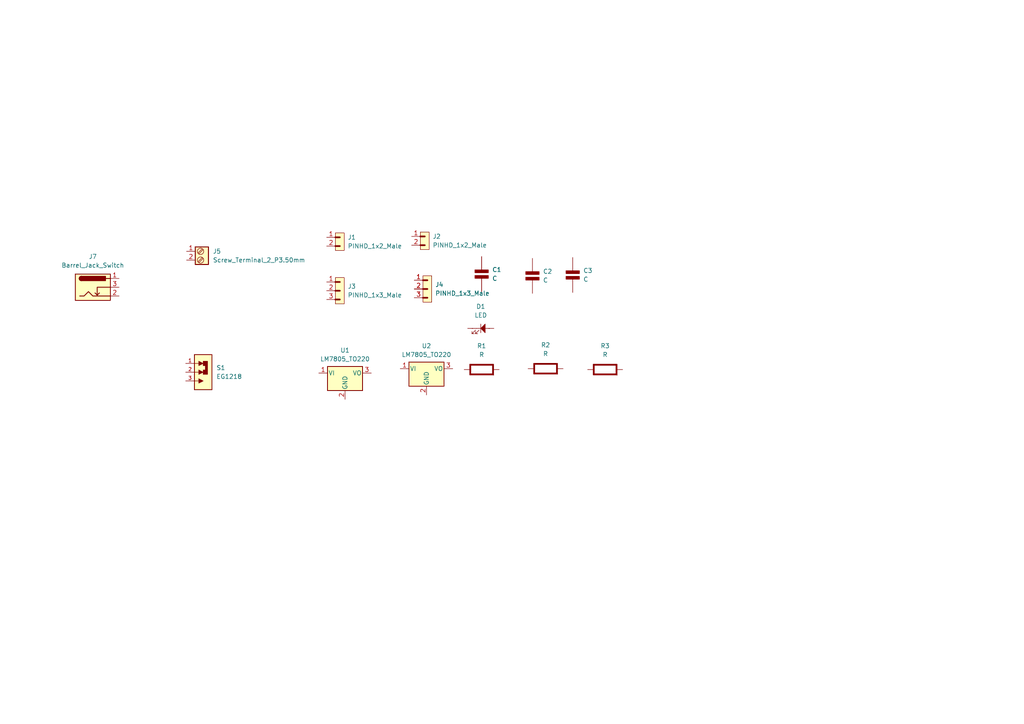
<source format=kicad_sch>
(kicad_sch (version 20231120) (generator "eeschema") (generator_version "8.0")
  (paper "A4")
  (lib_symbols
    (symbol "Connector:Barrel_Jack_Switch" (pin_names hide)
      (property "Reference" "J" (at 0 5.334 0))
      (property "Value" "Barrel_Jack_Switch" (at 0 -5.08 0))
      (symbol "Barrel_Jack_Switch_0_1"
        (rectangle (start -5.08 3.81) (end 5.08 -3.81) (stroke (width 0.254)) (fill (type background)))
        (arc (start -3.302 3.175) (mid -3.9343 2.54) (end -3.302 1.905) (stroke (width 0.254)))
        (arc (start -3.302 3.175) (mid -3.9343 2.54) (end -3.302 1.905) (stroke (width 0.254)) (fill (type outline)))
        (polyline (pts (xy 1.27 -2.286) (xy 1.905 -1.651)) (stroke (width 0.254)))
        (polyline (pts (xy 5.08 2.54) (xy 3.81 2.54)) (stroke (width 0.254)))
        (polyline (pts (xy 5.08 0) (xy 1.27 0) (xy 1.27 -2.286) (xy 0.635 -1.651)) (stroke (width 0.254)))
        (polyline (pts (xy -3.81 -2.54) (xy -2.54 -2.54) (xy -1.27 -1.27) (xy 0 -2.54) (xy 2.54 -2.54) (xy 5.08 -2.54)) (stroke (width 0.254)))
        (rectangle (start 3.683 3.175) (end -3.302 1.905) (stroke (width 0.254)) (fill (type outline)))
      )
      (symbol "Barrel_Jack_Switch_1_1"
        (pin passive line (at 7.62 2.54 180) (length 2.54) (name "~") (number "1"))
        (pin passive line (at 7.62 -2.54 180) (length 2.54) (name "~") (number "2"))
        (pin passive line (at 7.62 0 180) (length 2.54) (name "~") (number "3"))
      )
    )
    (symbol "EG1218:EG1218" (pin_names (offset 1.016))
      (property "Reference" "S" (at -5.08 5.842 0))
      (property "Value" "EG1218" (at -5.08 -7.62 0))
      (symbol "EG1218_0_0"
        (rectangle (start -2.54 -5.08) (end 2.54 5.08) (stroke (width 0.254)) (fill (type background)))
        (polyline (pts (xy -2.54 -2.54) (xy -1.27 -2.54)) (stroke (width 0.1524)))
        (polyline (pts (xy -2.54 0) (xy -1.27 0)) (stroke (width 0.1524)))
        (polyline (pts (xy -2.54 2.54) (xy -1.27 2.54)) (stroke (width 0.1524)))
        (polyline (pts (xy -1.27 -1.905) (xy -1.27 -3.175) (xy 0 -2.54) (xy -1.27 -1.905)) (stroke (width 0.1524)) (fill (type outline)))
        (polyline (pts (xy -1.27 0.635) (xy -1.27 -0.635) (xy 0 0) (xy -1.27 0.635)) (stroke (width 0.1524)) (fill (type outline)))
        (polyline (pts (xy -1.27 3.175) (xy -1.27 1.905) (xy 0 2.54) (xy -1.27 3.175)) (stroke (width 0.1524)) (fill (type outline)))
        (polyline (pts (xy 0 1.905) (xy 0 3.175) (xy 1.27 3.175) (xy 1.27 -0.635) (xy 0 -0.635) (xy 0 0.635) (xy 0.635 0.635) (xy 0.635 1.905) (xy 0 1.905)) (stroke (width 0.1524)) (fill (type outline)))
        (pin passive line (at -5.08 2.54 0) (length 2.54) (name "~") (number "1"))
        (pin passive line (at -5.08 0 0) (length 2.54) (name "~") (number "2"))
        (pin passive line (at -5.08 -2.54 0) (length 2.54) (name "~") (number "3"))
      )
    )
    (symbol "PCM_Elektuur:C" (pin_numbers hide) (pin_names (offset 0) hide)
      (property "Reference" "C" (at 0.635 3.175 0))
      (property "Value" "C" (at 0.635 -3.175 0))
      (symbol "C_1_1"
        (rectangle (start -1.905 -0.4318) (end 1.905 -1.1938) (stroke (width 0.254)) (fill (type outline)))
        (rectangle (start -1.905 1.1938) (end 1.905 0.4318) (stroke (width 0.254)) (fill (type outline)))
        (pin passive line (at 0 5.08 270) (length 3.8862) (name "+") (number "1"))
        (pin passive line (at 0 -5.08 90) (length 3.8862) (name "-") (number "2"))
      )
      (symbol "C_1_2"
        (polyline (pts (xy -1.905 -1.4986) (xy 1.905 -1.4986) (xy 1.905 -0.4318) (xy -1.905 -0.4318) (xy -1.905 -1.4986) (xy -1.8034 -1.397) (xy -1.8034 -0.5334) (xy 1.8034 -0.5334) (xy 1.8034 -1.397) (xy -1.8034 -1.397) (xy -1.905 -1.4986)) (stroke (width 0.254)) (fill (type outline)))
        (polyline (pts (xy -1.905 0.4318) (xy 1.905 0.4318) (xy 1.905 1.4986) (xy -1.905 1.4986) (xy -1.905 0.4318) (xy -1.8034 0.5334) (xy -1.8034 1.397) (xy 1.8034 1.397) (xy 1.8034 0.5334) (xy -1.8034 0.5334) (xy -1.905 0.4318)) (stroke (width 0.254)) (fill (type outline)))
        (pin passive line (at 0 5.08 270) (length 3.5814) (name "+") (number "1"))
        (pin passive line (at 0 -5.08 90) (length 3.5814) (name "-") (number "2"))
      )
    )
    (symbol "PCM_Elektuur:R" (pin_numbers hide) (pin_names (offset 0) hide)
      (property "Reference" "R" (at 2.54 3.175 0))
      (property "Value" "R" (at 0 0 90))
      (symbol "R_1_1"
        (polyline (pts (xy -1.524 -3.429) (xy 1.524 -3.429) (xy 1.524 3.429) (xy -1.524 3.429) (xy -1.524 -3.429) (xy -1.27 -3.175) (xy -1.27 3.175) (xy 1.27 3.175) (xy 1.27 -3.175) (xy -1.27 -3.175) (xy -1.524 -3.429)) (stroke (width 0.254)) (fill (type outline)))
        (pin passive line (at 0 5.08 270) (length 1.651) (name "+") (number "1"))
        (pin passive line (at 0 -5.08 90) (length 1.651) (name "-") (number "2"))
      )
      (symbol "R_1_2"
        (polyline (pts (xy -0.508 -3.429) (xy 1.524 -3.429) (xy 1.524 3.429) (xy -0.508 3.429) (xy -0.508 3.175) (xy 1.27 3.175) (xy 1.27 -3.175) (xy -0.508 -3.175) (xy -0.508 -3.429)) (stroke (width 0.254)) (fill (type outline)))
        (pin passive line (at 0 5.08 270) (length 1.651) (name "+") (number "1"))
        (pin passive line (at 0 -5.08 90) (length 1.651) (name "-") (number "2"))
      )
      (symbol "R_1_3"
        (polyline (pts (xy 0 3.4798) (xy 0 3.2004) (xy 0.7112 2.794) (xy -1.1938 1.6764) (xy 0.7112 0.5588) (xy -1.1938 -0.5588) (xy 0.7112 -1.6764) (xy -1.1938 -2.794) (xy 0 -3.4798) (xy 0 -3.2004) (xy -0.7112 -2.794) (xy 1.1938 -1.6764) (xy -0.7112 -0.5588) (xy 1.1938 0.5588) (xy -0.7112 1.6764) (xy 1.1938 2.794) (xy 0 3.4798)) (stroke (width 0.254)) (fill (type outline)))
        (pin passive line (at 0 5.08 270) (length 1.6002) (name "+") (number "1"))
        (pin passive line (at 0 -5.08 90) (length 1.6002) (name "-") (number "2"))
      )
      (symbol "R_1_4"
        (polyline (pts (xy 0 4.5466) (xy 0 4.2672) (xy 0.0508 4.2418) (xy 1.016 3.683) (xy -1.524 2.2098) (xy 1.016 0.7366) (xy -1.524 -0.7366) (xy 1.016 -2.2098) (xy -1.524 -3.683) (xy -0.0762 -4.5212) (xy 0 -4.5466) (xy 0 -4.2672) (xy -0.0508 -4.2418) (xy -1.016 -3.683) (xy 1.524 -2.2098) (xy -1.016 -0.7366) (xy 1.524 0.7366) (xy -1.016 2.2098) (xy 1.524 3.683) (xy 0.0762 4.5212) (xy 0 4.5466)) (stroke (width 0.254)) (fill (type outline)))
        (pin passive line (at 0 5.08 270) (length 0.5334) (name "+") (number "1"))
        (pin passive line (at 0 -5.08 90) (length 0.5334) (name "-") (number "2"))
      )
    )
    (symbol "PCM_SL_Devices:LED"
      (property "Reference" "D" (at -0.508 5.334 0))
      (property "Value" "LED" (at -0.508 2.794 0))
      (symbol "LED_0_1"
        (polyline (pts (xy -1.27 0) (xy -2.54 0)))
        (polyline (pts (xy 0 1.27) (xy 0 -1.27)))
        (polyline (pts (xy 0.508 0.508) (xy 1.524 1.524)))
        (polyline (pts (xy 1.27 0) (xy 2.54 0)))
        (polyline (pts (xy 1.524 0.508) (xy 2.54 1.524)))
        (polyline (pts (xy 1.524 1.524) (xy 0.889 1.524)))
        (polyline (pts (xy 1.524 1.524) (xy 1.524 0.889)))
        (polyline (pts (xy 2.54 1.524) (xy 1.905 1.524)))
        (polyline (pts (xy 2.54 1.524) (xy 2.54 0.889)))
        (polyline (pts (xy 0 0) (xy -1.27 -1.27) (xy -1.27 1.27) (xy 0 0) (xy 1.27 0)) (fill (type outline)))
      )
      (symbol "LED_1_1"
        (pin passive line (at 3.81 0 180) (length 1.5) (name "~") (number "1"))
        (pin passive line (at -3.81 0 0) (length 1.5) (name "") (number "2"))
      )
    )
    (symbol "PCM_SL_Pin_Headers:PINHD_1x2_Male"
      (property "Reference" "J" (at 0 6.35 0))
      (property "Value" "PINHD_1x2_Male" (at 0 3.81 0))
      (symbol "PINHD_1x2_Male_0_1"
        (rectangle (start -1.27 2.54) (end 1.27 -2.54) (fill (type background)))
        (polyline (pts (xy -1.27 -1.27) (xy 0 -1.27)) (stroke (width 0.3)))
        (polyline (pts (xy -1.27 -1.27) (xy 0 -1.27)) (stroke (width 0.5)))
        (polyline (pts (xy -1.27 1.27) (xy 0 1.27)) (stroke (width 0.3)))
        (polyline (pts (xy -1.27 1.27) (xy 0 1.27)) (stroke (width 0.5)))
      )
      (symbol "PINHD_1x2_Male_1_1"
        (pin passive line (at -3.81 1.27 0) (length 2.54) (name "") (number "1"))
        (pin passive line (at -3.81 -1.27 0) (length 2.54) (name "") (number "2"))
      )
    )
    (symbol "PCM_SL_Pin_Headers:PINHD_1x3_Male"
      (property "Reference" "J" (at 0 7.62 0))
      (property "Value" "PINHD_1x3_Male" (at 0 5.08 0))
      (symbol "PINHD_1x3_Male_0_1"
        (rectangle (start -1.27 3.81) (end 1.27 -3.81) (fill (type background)))
        (polyline (pts (xy -1.27 -2.54) (xy 0 -2.54)) (stroke (width 0.3)))
        (polyline (pts (xy -1.27 -2.54) (xy 0 -2.54)) (stroke (width 0.5)))
        (polyline (pts (xy -1.27 0) (xy 0 0)) (stroke (width 0.3)))
        (polyline (pts (xy -1.27 0) (xy 0 0)) (stroke (width 0.5)))
        (polyline (pts (xy -1.27 2.54) (xy 0 2.54)) (stroke (width 0.3)))
        (polyline (pts (xy -1.27 2.54) (xy 0 2.54)) (stroke (width 0.5)))
      )
      (symbol "PINHD_1x3_Male_1_1"
        (pin passive line (at -3.81 2.54 0) (length 2.54) (name "") (number "1"))
        (pin passive line (at -3.81 0 0) (length 2.54) (name "") (number "2"))
        (pin passive line (at -3.81 -2.54 0) (length 2.54) (name "") (number "3"))
      )
    )
    (symbol "PCM_SL_Screw_Terminal:Screw_Terminal_2_P3.50mm"
      (property "Reference" "J" (at 0 3.81 0))
      (property "Value" "Screw_Terminal_2_P3.50mm" (at 0 -3.81 0))
      (symbol "Screw_Terminal_2_P3.50mm_0_1"
        (rectangle (start -1.27 2.54) (end 2.54 -2.54) (stroke (width 0.3)) (fill (type background)))
        (polyline (pts (xy -0.254 -2.032) (xy 1.016 -0.762)))
        (polyline (pts (xy -0.254 0.508) (xy 1.016 1.778)))
        (polyline (pts (xy 0 -1.27) (xy -0.508 -1.778) (xy 0.762 -0.508)))
        (polyline (pts (xy 0 1.27) (xy -0.508 0.762) (xy 0.762 2.032)))
        (circle (center 0.254 -1.27) (radius 0.9158))
        (circle (center 0.254 1.27) (radius 0.9158))
      )
      (symbol "Screw_Terminal_2_P3.50mm_1_1"
        (pin passive line (at -3.81 1.27 0) (length 2.54) (name "") (number "1"))
        (pin passive line (at -3.81 -1.27 0) (length 2.54) (name "") (number "2"))
      )
    )
    (symbol "Regulator_Linear:LM7805_TO220" (pin_names (offset 0.254))
      (property "Reference" "U" (at -3.81 3.175 0))
      (property "Value" "LM7805_TO220" (at 0 3.175 0))
      (symbol "LM7805_TO220_0_1"
        (rectangle (start -5.08 1.905) (end 5.08 -5.08) (stroke (width 0.254)) (fill (type background)))
      )
      (symbol "LM7805_TO220_1_1"
        (pin power_in line (at -7.62 0 0) (length 2.54) (name "VI") (number "1"))
        (pin power_in line (at 0 -7.62 90) (length 2.54) (name "GND") (number "2"))
        (pin power_out line (at 7.62 0 180) (length 2.54) (name "VO") (number "3"))
      )
    )
  )
  (symbol (lib_id "PCM_Elektuur:R") (at 175.514 107.188 90) (unit 1)
    (property "Reference" "R3" (at 175.514 100.33 90))
    (property "Value" "R" (at 175.514 102.87 90))
    (property "Description" "resistor" (effects (hide yes)))
    (property "Indicator" "+" (effects (hide yes)))
    (property "Rating" "W" (effects (hide yes)))
  )
  (symbol (lib_id "PCM_SL_Pin_Headers:PINHD_1x2_Male") (at 98.552 70.104 0) (unit 1)
    (property "Reference" "J1" (at 100.838 68.8339 0) (effects (justify left)))
    (property "Value" "PINHD_1x2_Male" (at 100.838 71.3739 0) (effects (justify left)))
    (property "Footprint" "Connector_PinHeader_2.54mm:PinHeader_1x02_P2.54mm_Vertical" (effects (hide yes)))
    (property "Description" "Pin Header male with pin space 2.54mm. Pin Count -2" (effects (hide yes)))
  )
  (symbol (lib_id "EG1218:EG1218") (at 58.928 107.95 0) (unit 1)
    (property "Reference" "S1" (at 62.738 106.6799 0) (effects (justify left)))
    (property "Value" "EG1218" (at 62.738 109.2199 0) (effects (justify left)))
    (property "Footprint" "EG1218:SW_EG1218" (effects (hide yes)))
    (property "MF" "E-Switch" (effects (hide yes)))
    (property "DESCRIPTION" "Slide Switch SPDT Through Hole" (effects (hide yes)))
    (property "PACKAGE" "None" (effects (hide yes)))
    (property "PRICE" "None" (effects (hide yes)))
    (property "Package" "None" (effects (hide yes)))
    (property "Check_prices" "https://www.snapeda.com/parts/EG1218/E-Switch/view-part/?ref=eda" (effects (hide yes)))
    (property "Price" "None" (effects (hide yes)))
    (property "SnapEDA_Link" "https://www.snapeda.com/parts/EG1218/E-Switch/view-part/?ref=snap" (effects (hide yes)))
    (property "MP" "EG1218" (effects (hide yes)))
    (property "Description_1" "\nSlide Switch, EG Series, SPDT, Non-Shorting, ON-ON, 200mA DC, 30VDC, PC Pin | E-Switch EG1218\n" (effects (hide yes)))
    (property "Availability" "In Stock" (effects (hide yes)))
    (property "AVAILABILITY" "In Stock" (effects (hide yes)))
    (property "PURCHASE-URL" "https://pricing.snapeda.com/search/part/EG1218/?ref=eda" (effects (hide yes)))
  )
  (symbol (lib_id "Regulator_Linear:LM7805_TO220") (at 123.698 106.934 0) (unit 1)
    (property "Reference" "U2" (at 123.698 100.33 0))
    (property "Value" "LM7805_TO220" (at 123.698 102.87 0))
    (property "Footprint" "Package_TO_SOT_THT:TO-220-3_Vertical" (effects (hide yes)))
    (property "Datasheet" "https://www.onsemi.cn/PowerSolutions/document/MC7800-D.PDF" (effects (hide yes)))
    (property "Description" "Positive 1A 35V Linear Regulator, Fixed Output 5V, TO-220" (effects (hide yes)))
  )
  (symbol (lib_id "PCM_SL_Pin_Headers:PINHD_1x2_Male") (at 123.19 69.85 0) (unit 1)
    (property "Reference" "J2" (at 125.476 68.5799 0) (effects (justify left)))
    (property "Value" "PINHD_1x2_Male" (at 125.476 71.1199 0) (effects (justify left)))
    (property "Footprint" "Connector_PinHeader_2.54mm:PinHeader_1x02_P2.54mm_Vertical" (effects (hide yes)))
    (property "Description" "Pin Header male with pin space 2.54mm. Pin Count -2" (effects (hide yes)))
  )
  (symbol (lib_id "PCM_Elektuur:R") (at 139.7 107.188 90) (unit 1)
    (property "Reference" "R1" (at 139.7 100.33 90))
    (property "Value" "R" (at 139.7 102.87 90))
    (property "Description" "resistor" (effects (hide yes)))
    (property "Indicator" "+" (effects (hide yes)))
    (property "Rating" "W" (effects (hide yes)))
  )
  (symbol (lib_id "PCM_Elektuur:R") (at 158.242 106.934 90) (unit 1)
    (property "Reference" "R2" (at 158.242 100.076 90))
    (property "Value" "R" (at 158.242 102.616 90))
    (property "Description" "resistor" (effects (hide yes)))
    (property "Indicator" "+" (effects (hide yes)))
    (property "Rating" "W" (effects (hide yes)))
  )
  (symbol (lib_id "PCM_Elektuur:C") (at 166.116 79.756 0) (unit 1)
    (property "Reference" "C3" (at 169.164 78.4859 0) (effects (justify left)))
    (property "Value" "C" (at 169.164 81.0259 0) (effects (justify left)))
    (property "Description" "capacitor, non-polarized/bipolar" (effects (hide yes)))
    (property "Indicator" "+" (effects (hide yes)))
    (property "Rating" "V" (effects (hide yes)))
  )
  (symbol (lib_id "PCM_SL_Pin_Headers:PINHD_1x3_Male") (at 98.552 84.328 0) (unit 1)
    (property "Reference" "J3" (at 100.838 83.0579 0) (effects (justify left)))
    (property "Value" "PINHD_1x3_Male" (at 100.838 85.5979 0) (effects (justify left)))
    (property "Footprint" "Connector_PinHeader_2.54mm:PinHeader_1x03_P2.54mm_Vertical" (effects (hide yes)))
    (property "Description" "Pin Header male with pin space 2.54mm. Pin Count -3" (effects (hide yes)))
  )
  (symbol (lib_id "Regulator_Linear:LM7805_TO220") (at 100.076 108.204 0) (unit 1)
    (property "Reference" "U1" (at 100.076 101.6 0))
    (property "Value" "LM7805_TO220" (at 100.076 104.14 0))
    (property "Footprint" "Package_TO_SOT_THT:TO-220-3_Vertical" (effects (hide yes)))
    (property "Datasheet" "https://www.onsemi.cn/PowerSolutions/document/MC7800-D.PDF" (effects (hide yes)))
    (property "Description" "Positive 1A 35V Linear Regulator, Fixed Output 5V, TO-220" (effects (hide yes)))
  )
  (symbol (lib_id "PCM_Elektuur:C") (at 154.432 80.01 0) (unit 1)
    (property "Reference" "C2" (at 157.48 78.7399 0) (effects (justify left)))
    (property "Value" "C" (at 157.48 81.2799 0) (effects (justify left)))
    (property "Description" "capacitor, non-polarized/bipolar" (effects (hide yes)))
    (property "Indicator" "+" (effects (hide yes)))
    (property "Rating" "V" (effects (hide yes)))
  )
  (symbol (lib_id "PCM_SL_Devices:LED") (at 139.446 95.25 180) (unit 1)
    (property "Reference" "D1" (at 139.446 88.9 0))
    (property "Value" "LED" (at 139.446 91.44 0))
    (property "Footprint" "LED_THT:LED_D5.0mm" (effects (hide yes)))
    (property "Description" "Common 5mm diameter LED" (effects (hide yes)))
  )
  (symbol (lib_id "PCM_SL_Pin_Headers:PINHD_1x3_Male") (at 123.952 83.82 0) (unit 1)
    (property "Reference" "J4" (at 126.238 82.5499 0) (effects (justify left)))
    (property "Value" "PINHD_1x3_Male" (at 126.238 85.0899 0) (effects (justify left)))
    (property "Footprint" "Connector_PinHeader_2.54mm:PinHeader_1x03_P2.54mm_Vertical" (effects (hide yes)))
    (property "Description" "Pin Header male with pin space 2.54mm. Pin Count -3" (effects (hide yes)))
  )
  (symbol (lib_id "Connector:Barrel_Jack_Switch") (at 26.924 83.312 0) (unit 1)
    (property "Reference" "J7" (at 26.924 74.422 0))
    (property "Value" "Barrel_Jack_Switch" (at 26.924 76.962 0))
    (property "Description" "DC Barrel Jack with an internal switch" (effects (hide yes)))
  )
  (symbol (lib_id "PCM_SL_Screw_Terminal:Screw_Terminal_2_P3.50mm") (at 57.912 74.168 0) (unit 1)
    (property "Reference" "J5" (at 61.722 72.8979 0) (effects (justify left)))
    (property "Value" "Screw_Terminal_2_P3.50mm" (at 61.722 75.4379 0) (effects (justify left)))
    (property "Footprint" "TerminalBlock_Phoenix:TerminalBlock_Phoenix_PT-1,5-2-3.5-H_1x02_P3.50mm_Horizontal" (effects (hide yes)))
  )
  (symbol (lib_id "PCM_Elektuur:C") (at 139.7 79.502 0) (unit 1)
    (property "Reference" "C1" (at 142.748 78.2319 0) (effects (justify left)))
    (property "Value" "C" (at 142.748 80.7719 0) (effects (justify left)))
    (property "Description" "capacitor, non-polarized/bipolar" (effects (hide yes)))
    (property "Indicator" "+" (effects (hide yes)))
    (property "Rating" "V" (effects (hide yes)))
  )
)
</source>
